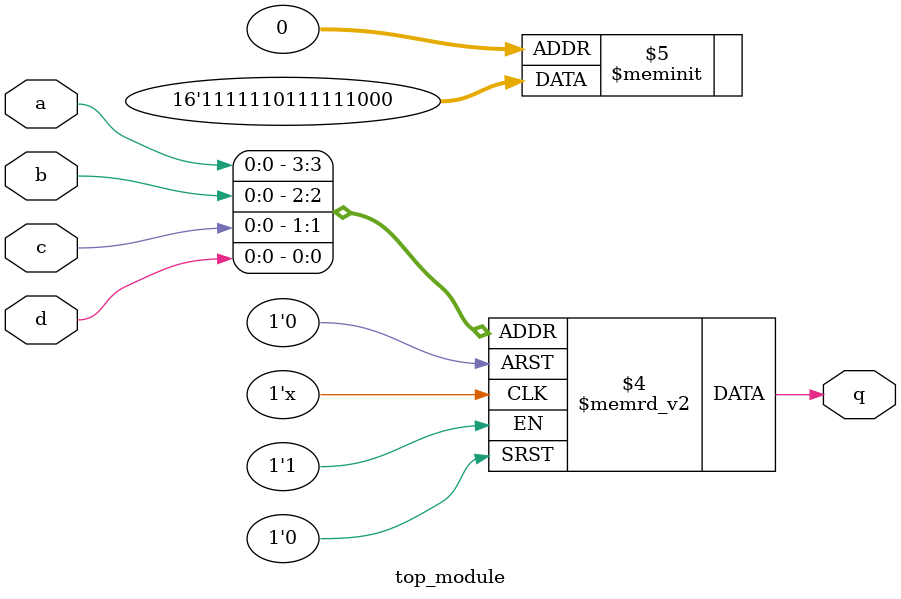
<source format=sv>
module top_module (
    input a, 
    input b, 
    input c, 
    input d,
    output reg q
);

    always @(*) begin
        case({a, b, c, d})
            4'b0000: q = 1'b0;
            4'b0001: q = 1'b0;
            4'b0010: q = 1'b0; // Update
            4'b0011: q = 1'b1;
            4'b0100: q = 1'b1;
            4'b0101: q = 1'b1;
            4'b0110: q = 1'b1;
            4'b0111: q = 1'b1;
            4'b1000: q = 1'b1;
            4'b1001: q = 1'b0;
            4'b1010: q = 1'b1; // Update
            4'b1011: q = 1'b1;
            4'b1100: q = 1'b1;
            4'b1101: q = 1'b1;
            4'b1110: q = 1'b1;
            4'b1111: q = 1'b1;
            default: q = 1'b0;
        endcase
    end
    
endmodule

</source>
